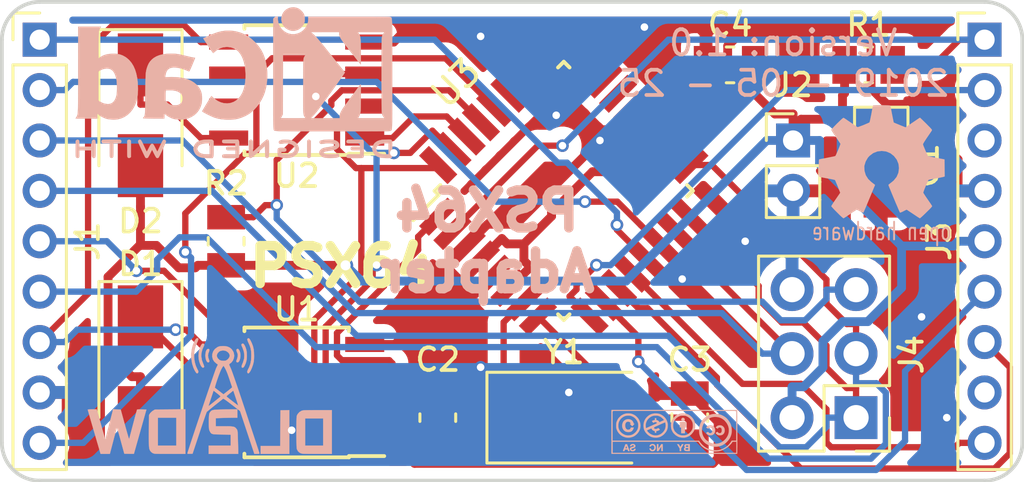
<source format=kicad_pcb>
(kicad_pcb (version 20171130) (host pcbnew "(5.1.2-1)-1")
  (title_block (title "PSX64 Adapter") (date 2019-05-25) (rev 1.0) (company "Dirk Wouters, DL2DW"))
  (layers (0 F.Cu signal) (31 B.Cu signal) (34 B.Paste user) (35 F.Paste user) (36 B.SilkS user) (37 F.SilkS user) (38 B.Mask user) (39 F.Mask user) (44 Edge.Cuts user))
  (net 0 "")
  (net 1 GND)
  (net 2 VCC)
  (net 3 "Net-(D1-Pad1)")
  (net 4 "Net-(D2-Pad1)")
  (net 5 "Net-(C3-Pad2)")
  (net 6 "Net-(J1-Pad9)")
  (net 7 "Net-(J1-Pad7)")
  (net 8 "Net-(J1-Pad6)")
  (net 9 "Net-(J1-Pad5)")
  (net 10 "Net-(J1-Pad4)")
  (net 11 "Net-(J1-Pad3)")
  (net 12 "Net-(J1-Pad2)")
  (net 13 "Net-(J1-Pad1)")
  (net 14 "Net-(U1-Pad1)")
  (net 15 "Net-(U1-Pad2)")
  (net 16 "Net-(U1-Pad3)")
  (net 17 "Net-(C2-Pad2)")
  (net 18 "Net-(J3-Pad9)")
  (net 19 "Net-(J3-Pad7)")
  (net 20 "Net-(J3-Pad6)")
  (net 21 "Net-(J3-Pad2)")
  (net 22 "Net-(J3-Pad1)")
  (net 23 "Net-(J4-Pad5)")
  (net 24 "Net-(U2-Pad1)")
  (module Symbol:KiCad-Logo2_5mm_SilkScreen (layer B.Cu) (at 115.2144 126.6952 180)
    (fp_text reference M2 hide)
    (fp_text value SUNLOGO hide)
  )
  (module DL2DW:DL2DW_Logo_Silk_10x5mm (layer B.Cu) (at 114.0968 139.3444 180)
    (fp_text reference M4 hide)
    (fp_text value SUNLOGO hide)
  )
  (module w_logo:Logo_silk_OSHW_6x6mm (layer B.Cu) (at 140.9192 129.8448 180)
    (fp_text reference M3 hide)
    (fp_text value SUNLOGO hide)
  )
  (module w_logo:Logo_silk_CC-BY-NC-SA_5x2mm (layer B.Cu) (at 132.6896 140.5636 180)
    (fp_text reference M1 hide)
    (fp_text value SUNLOGO hide)
  )
  (module Package_QFP:TQFP-32_7x7mm_P0.8mm (layer F.Cu) (at 128.3 131 45)
    (fp_text reference U3 (at 0 -6.05 45) (layer F.SilkS))
    (fp_text value ATmega8-16AU)
    (pad 32 smd rect (at -2.8 -4.25 135) (size 1.6 0.55) (layers F.Cu F.Paste F.Mask) (net 15 "Net-(U1-Pad2)"))
    (pad 31 smd rect (at -2 -4.25 135) (size 1.6 0.55) (layers F.Cu F.Paste F.Mask) (net 16 "Net-(U1-Pad3)"))
    (pad 30 smd rect (at -1.2 -4.25 135) (size 1.6 0.55) (layers F.Cu F.Paste F.Mask) (net 24 "Net-(U2-Pad1)"))
    (pad 29 smd rect (at -0.4 -4.25 135) (size 1.6 0.55) (layers F.Cu F.Paste F.Mask) (net 23 "Net-(J4-Pad5)"))
    (pad 28 smd rect (at 0.4 -4.25 135) (size 1.6 0.55) (layers F.Cu F.Paste F.Mask) (net 6 "Net-(J1-Pad9)"))
    (pad 27 smd rect (at 1.2 -4.25 135) (size 1.6 0.55) (layers F.Cu F.Paste F.Mask))
    (pad 26 smd rect (at 2 -4.25 135) (size 1.6 0.55) (layers F.Cu F.Paste F.Mask))
    (pad 25 smd rect (at 2.8 -4.25 135) (size 1.6 0.55) (layers F.Cu F.Paste F.Mask))
    (pad 24 smd rect (at 4.25 -2.8 45) (size 1.6 0.55) (layers F.Cu F.Paste F.Mask))
    (pad 23 smd rect (at 4.25 -2 45) (size 1.6 0.55) (layers F.Cu F.Paste F.Mask))
    (pad 22 smd rect (at 4.25 -1.2 45) (size 1.6 0.55) (layers F.Cu F.Paste F.Mask))
    (pad 21 smd rect (at 4.25 -0.4 45) (size 1.6 0.55) (layers F.Cu F.Paste F.Mask) (net 1 GND))
    (pad 20 smd rect (at 4.25 0.4 45) (size 1.6 0.55) (layers F.Cu F.Paste F.Mask))
    (pad 19 smd rect (at 4.25 1.2 45) (size 1.6 0.55) (layers F.Cu F.Paste F.Mask))
    (pad 18 smd rect (at 4.25 2 45) (size 1.6 0.55) (layers F.Cu F.Paste F.Mask) (net 2 VCC))
    (pad 17 smd rect (at 4.25 2.8 45) (size 1.6 0.55) (layers F.Cu F.Paste F.Mask) (net 8 "Net-(J1-Pad6)"))
    (pad 16 smd rect (at 2.8 4.25 135) (size 1.6 0.55) (layers F.Cu F.Paste F.Mask) (net 10 "Net-(J1-Pad4)"))
    (pad 15 smd rect (at 2 4.25 135) (size 1.6 0.55) (layers F.Cu F.Paste F.Mask) (net 11 "Net-(J1-Pad3)"))
    (pad 14 smd rect (at 1.2 4.25 135) (size 1.6 0.55) (layers F.Cu F.Paste F.Mask) (net 12 "Net-(J1-Pad2)"))
    (pad 13 smd rect (at 0.4 4.25 135) (size 1.6 0.55) (layers F.Cu F.Paste F.Mask) (net 13 "Net-(J1-Pad1)"))
    (pad 12 smd rect (at -0.4 4.25 135) (size 1.6 0.55) (layers F.Cu F.Paste F.Mask) (net 18 "Net-(J3-Pad9)"))
    (pad 11 smd rect (at -1.2 4.25 135) (size 1.6 0.55) (layers F.Cu F.Paste F.Mask) (net 19 "Net-(J3-Pad7)"))
    (pad 10 smd rect (at -2 4.25 135) (size 1.6 0.55) (layers F.Cu F.Paste F.Mask) (net 20 "Net-(J3-Pad6)"))
    (pad 9 smd rect (at -2.8 4.25 135) (size 1.6 0.55) (layers F.Cu F.Paste F.Mask) (net 21 "Net-(J3-Pad2)"))
    (pad 8 smd rect (at -4.25 2.8 45) (size 1.6 0.55) (layers F.Cu F.Paste F.Mask) (net 5 "Net-(C3-Pad2)"))
    (pad 7 smd rect (at -4.25 2 45) (size 1.6 0.55) (layers F.Cu F.Paste F.Mask) (net 17 "Net-(C2-Pad2)"))
    (pad 6 smd rect (at -4.25 1.2 45) (size 1.6 0.55) (layers F.Cu F.Paste F.Mask) (net 2 VCC))
    (pad 5 smd rect (at -4.25 0.4 45) (size 1.6 0.55) (layers F.Cu F.Paste F.Mask) (net 1 GND))
    (pad 4 smd rect (at -4.25 -0.4 45) (size 1.6 0.55) (layers F.Cu F.Paste F.Mask) (net 2 VCC))
    (pad 3 smd rect (at -4.25 -1.2 45) (size 1.6 0.55) (layers F.Cu F.Paste F.Mask) (net 1 GND))
    (pad 2 smd rect (at -4.25 -2 45) (size 1.6 0.55) (layers F.Cu F.Paste F.Mask) (net 22 "Net-(J3-Pad1)"))
    (pad 1 smd rect (at -4.25 -2.8 45) (size 1.6 0.55) (layers F.Cu F.Paste F.Mask) (net 14 "Net-(U1-Pad1)"))
  )
  (module Capacitor_Tantalum_SMD:CP_EIA-3216-18_Kemet-A (layer F.Cu) (at 140.9 130 270)
    (fp_text reference C1 (at 0 -1.8 270) (layer F.SilkS) (effects (font (size 0.9 0.9))))
    (fp_text value 4,7µ)
    (pad 1 smd rect (at -1.38 0 270) (size 1.36 1.4) (layers F.Cu F.Paste F.Mask) (net 2 VCC))
    (pad 2 smd rect (at 1.38 0 270) (size 1.36 1.4) (layers F.Cu F.Paste F.Mask) (net 1 GND))
  )
  (module Capacitor_SMD:C_0805_2012Metric (layer F.Cu) (at 123.3 140 270)
    (fp_text reference C2 (at -2.3 0) (layer F.SilkS) (effects (font (size 0.9 0.9))))
    (fp_text value 22p)
    (pad 1 smd rect (at -0.955 0 270) (size 0.97 1.5) (layers F.Cu F.Paste F.Mask) (net 1 GND))
    (pad 2 smd rect (at 0.955 0 270) (size 0.97 1.5) (layers F.Cu F.Paste F.Mask) (net 17 "Net-(C2-Pad2)"))
  )
  (module Capacitor_SMD:C_0805_2012Metric (layer F.Cu) (at 133.3 140 270)
    (fp_text reference C3 (at -2.3 0) (layer F.SilkS) (effects (font (size 0.9 0.9))))
    (fp_text value 22p)
    (pad 2 smd rect (at 0.955 0 270) (size 0.97 1.5) (layers F.Cu F.Paste F.Mask) (net 5 "Net-(C3-Pad2)"))
    (pad 1 smd rect (at -0.955 0 270) (size 0.97 1.5) (layers F.Cu F.Paste F.Mask) (net 1 GND))
  )
  (module Capacitor_SMD:C_0805_2012Metric (layer F.Cu) (at 134.9 126 180)
    (fp_text reference C4 (at 0 1.6 180) (layer F.SilkS) (effects (font (size 0.9 0.9))))
    (fp_text value 100n)
    (pad 1 smd rect (at -0.955 0 180) (size 0.97 1.5) (layers F.Cu F.Paste F.Mask) (net 2 VCC))
    (pad 2 smd rect (at 0.955 0 180) (size 0.97 1.5) (layers F.Cu F.Paste F.Mask) (net 1 GND))
  )
  (module Diode_SMD:D_SMA (layer F.Cu) (at 111.5 138 270)
    (fp_text reference D1 (at -4.1 0) (layer F.SilkS) (effects (font (size 0.9 0.9))))
    (fp_text value 1N4004)
    (pad 1 smd rect (at -2 0 270) (size 2.5 1.8) (layers F.Cu F.Paste F.Mask) (net 3 "Net-(D1-Pad1)"))
    (pad 2 smd rect (at 2 0 270) (size 2.5 1.8) (layers F.Cu F.Paste F.Mask) (net 2 VCC))
  )
  (module Diode_SMD:D_SMA (layer F.Cu) (at 111.5 128 270)
    (fp_text reference D2 (at 4.2 0) (layer F.SilkS) (effects (font (size 0.9 0.9))))
    (fp_text value 1N4004)
    (pad 2 smd rect (at 2 0 270) (size 2.5 1.8) (layers F.Cu F.Paste F.Mask) (net 2 VCC))
    (pad 1 smd rect (at -2 0 270) (size 2.5 1.8) (layers F.Cu F.Paste F.Mask) (net 4 "Net-(D2-Pad1)"))
  )
  (module Connector_PinHeader_2.00mm:PinHeader_1x09_P2.00mm_Vertical (layer F.Cu) (at 107.5 125)
    (fp_text reference J1 (at 1.9 8 90) (layer F.SilkS) (effects (font (size 0.9 0.9))))
    (fp_text value "C64 DB9 Connector")
    (pad 9 thru_hole oval (at 0 16) (size 1.35 1.35) (drill 0.8) (layers *.Cu *.Mask) (net 6 "Net-(J1-Pad9)"))
    (pad 8 thru_hole oval (at 0 14) (size 1.35 1.35) (drill 0.8) (layers *.Cu *.Mask) (net 1 GND))
    (pad 7 thru_hole oval (at 0 12) (size 1.35 1.35) (drill 0.8) (layers *.Cu *.Mask) (net 7 "Net-(J1-Pad7)"))
    (pad 6 thru_hole oval (at 0 10) (size 1.35 1.35) (drill 0.8) (layers *.Cu *.Mask) (net 8 "Net-(J1-Pad6)"))
    (pad 5 thru_hole oval (at 0 8) (size 1.35 1.35) (drill 0.8) (layers *.Cu *.Mask) (net 9 "Net-(J1-Pad5)"))
    (pad 4 thru_hole oval (at 0 6) (size 1.35 1.35) (drill 0.8) (layers *.Cu *.Mask) (net 10 "Net-(J1-Pad4)"))
    (pad 3 thru_hole oval (at 0 4) (size 1.35 1.35) (drill 0.8) (layers *.Cu *.Mask) (net 11 "Net-(J1-Pad3)"))
    (pad 2 thru_hole oval (at 0 2) (size 1.35 1.35) (drill 0.8) (layers *.Cu *.Mask) (net 12 "Net-(J1-Pad2)"))
    (pad 1 thru_hole rect (at 0 0) (size 1.35 1.35) (drill 0.8) (layers *.Cu *.Mask) (net 13 "Net-(J1-Pad1)"))
  )
  (module Connector_PinHeader_2.00mm:PinHeader_1x02_P2.00mm_Vertical (layer F.Cu) (at 137.4 129)
    (fp_text reference J2 (at 0 -2.2) (layer F.SilkS) (effects (font (size 0.9 0.9))))
    (fp_text value "5V Power")
    (pad 1 thru_hole rect (at 0 0) (size 1.35 1.35) (drill 0.8) (layers *.Cu *.Mask) (net 2 VCC))
    (pad 2 thru_hole oval (at 0 2) (size 1.35 1.35) (drill 0.8) (layers *.Cu *.Mask) (net 1 GND))
  )
  (module Connector_PinHeader_2.00mm:PinHeader_1x09_P2.00mm_Vertical (layer F.Cu) (at 145 125)
    (fp_text reference J3 (at -1.8 8 90) (layer F.SilkS) (effects (font (size 0.9 0.9))))
    (fp_text value "PSX Connector")
    (pad 1 thru_hole rect (at 0 0) (size 1.35 1.35) (drill 0.8) (layers *.Cu *.Mask) (net 22 "Net-(J3-Pad1)"))
    (pad 2 thru_hole oval (at 0 2) (size 1.35 1.35) (drill 0.8) (layers *.Cu *.Mask) (net 21 "Net-(J3-Pad2)"))
    (pad 3 thru_hole oval (at 0 4) (size 1.35 1.35) (drill 0.8) (layers *.Cu *.Mask))
    (pad 4 thru_hole oval (at 0 6) (size 1.35 1.35) (drill 0.8) (layers *.Cu *.Mask) (net 1 GND))
    (pad 5 thru_hole oval (at 0 8) (size 1.35 1.35) (drill 0.8) (layers *.Cu *.Mask) (net 2 VCC))
    (pad 6 thru_hole oval (at 0 10) (size 1.35 1.35) (drill 0.8) (layers *.Cu *.Mask) (net 20 "Net-(J3-Pad6)"))
    (pad 7 thru_hole oval (at 0 12) (size 1.35 1.35) (drill 0.8) (layers *.Cu *.Mask) (net 19 "Net-(J3-Pad7)"))
    (pad 8 thru_hole oval (at 0 14) (size 1.35 1.35) (drill 0.8) (layers *.Cu *.Mask))
    (pad 9 thru_hole oval (at 0 16) (size 1.35 1.35) (drill 0.8) (layers *.Cu *.Mask) (net 18 "Net-(J3-Pad9)"))
  )
  (module Resistor_SMD:R_0805_2012Metric (layer F.Cu) (at 140.4 126)
    (fp_text reference R1 (at 0 -1.6) (layer F.SilkS) (effects (font (size 0.9 0.9))))
    (fp_text value 10k)
    (pad 1 smd rect (at -0.955 0) (size 0.97 1.5) (layers F.Cu F.Paste F.Mask) (net 2 VCC))
    (pad 2 smd rect (at 0.955 0) (size 0.97 1.5) (layers F.Cu F.Paste F.Mask) (net 22 "Net-(J3-Pad1)"))
  )
  (module Resistor_SMD:R_0805_2012Metric (layer F.Cu) (at 114.9 133 90)
    (fp_text reference R2 (at 2.3 0 180) (layer F.SilkS) (effects (font (size 0.9 0.9))))
    (fp_text value 10k)
    (pad 2 smd rect (at 0.955 0 90) (size 0.97 1.5) (layers F.Cu F.Paste F.Mask) (net 23 "Net-(J4-Pad5)"))
    (pad 1 smd rect (at -0.955 0 90) (size 0.97 1.5) (layers F.Cu F.Paste F.Mask) (net 2 VCC))
  )
  (module Package_SO:SOIC-8_3.9x4.9mm_P1.27mm (layer F.Cu) (at 117.7 139 180)
    (fp_text reference U1 (at 0 3.3 180) (layer F.SilkS) (effects (font (size 0.9 0.9))))
    (fp_text value MCP41100)
    (pad 1 smd rect (at -2.7 -1.905 180) (size 1.55 0.6) (layers F.Cu F.Paste F.Mask) (net 14 "Net-(U1-Pad1)"))
    (pad 2 smd rect (at -2.7 -0.635 180) (size 1.55 0.6) (layers F.Cu F.Paste F.Mask) (net 15 "Net-(U1-Pad2)"))
    (pad 3 smd rect (at -2.7 0.635 180) (size 1.55 0.6) (layers F.Cu F.Paste F.Mask) (net 16 "Net-(U1-Pad3)"))
    (pad 4 smd rect (at -2.7 1.905 180) (size 1.55 0.6) (layers F.Cu F.Paste F.Mask) (net 1 GND))
    (pad 5 smd rect (at 2.7 1.905 180) (size 1.55 0.6) (layers F.Cu F.Paste F.Mask) (net 7 "Net-(J1-Pad7)"))
    (pad 6 smd rect (at 2.7 0.635 180) (size 1.55 0.6) (layers F.Cu F.Paste F.Mask) (net 9 "Net-(J1-Pad5)"))
    (pad 7 smd rect (at 2.7 -0.635 180) (size 1.55 0.6) (layers F.Cu F.Paste F.Mask))
    (pad 8 smd rect (at 2.7 -1.905 180) (size 1.55 0.6) (layers F.Cu F.Paste F.Mask) (net 3 "Net-(D1-Pad1)"))
  )
  (module Package_SO:SOIC-8_3.9x4.9mm_P1.27mm (layer F.Cu) (at 117.7 127 180)
    (fp_text reference U2 (at 0 -3.4 180) (layer F.SilkS) (effects (font (size 0.9 0.9))))
    (fp_text value MCP41100)
    (pad 8 smd rect (at 2.7 -1.905 180) (size 1.55 0.6) (layers F.Cu F.Paste F.Mask) (net 4 "Net-(D2-Pad1)"))
    (pad 7 smd rect (at 2.7 -0.635 180) (size 1.55 0.6) (layers F.Cu F.Paste F.Mask))
    (pad 6 smd rect (at 2.7 0.635 180) (size 1.55 0.6) (layers F.Cu F.Paste F.Mask) (net 6 "Net-(J1-Pad9)"))
    (pad 5 smd rect (at 2.7 1.905 180) (size 1.55 0.6) (layers F.Cu F.Paste F.Mask) (net 7 "Net-(J1-Pad7)"))
    (pad 4 smd rect (at -2.7 1.905 180) (size 1.55 0.6) (layers F.Cu F.Paste F.Mask) (net 1 GND))
    (pad 3 smd rect (at -2.7 0.635 180) (size 1.55 0.6) (layers F.Cu F.Paste F.Mask) (net 16 "Net-(U1-Pad3)"))
    (pad 2 smd rect (at -2.7 -0.635 180) (size 1.55 0.6) (layers F.Cu F.Paste F.Mask) (net 15 "Net-(U1-Pad2)"))
    (pad 1 smd rect (at -2.7 -1.905 180) (size 1.55 0.6) (layers F.Cu F.Paste F.Mask) (net 24 "Net-(U2-Pad1)"))
  )
  (module Crystal:Crystal_SMD_5032-2Pin_5.0x3.2mm (layer F.Cu) (at 128.3 140)
    (fp_text reference Y1 (at 0 -2.6) (layer F.SilkS) (effects (font (size 0.9 0.9))))
    (fp_text value 16MHz)
    (pad 1 smd rect (at -1.85 0) (size 2 2.4) (layers F.Cu F.Paste F.Mask) (net 17 "Net-(C2-Pad2)"))
    (pad 2 smd rect (at 1.85 0) (size 2 2.4) (layers F.Cu F.Paste F.Mask) (net 5 "Net-(C3-Pad2)"))
  )
  (module Connector_PinHeader_2.54mm:PinHeader_2x03_P2.54mm_Vertical (layer F.Cu) (at 139.9 140 180)
    (fp_text reference J4 (at -2.2 2.5 270) (layer F.SilkS) (effects (font (size 0.9 0.9))))
    (fp_text value ICSP)
    (pad 1 thru_hole rect (at 0 0 180) (size 1.7 1.7) (drill 1) (layers *.Cu *.Mask) (net 10 "Net-(J1-Pad4)"))
    (pad 2 thru_hole oval (at 2.54 0 180) (size 1.7 1.7) (drill 1) (layers *.Cu *.Mask) (net 2 VCC))
    (pad 3 thru_hole oval (at 0 2.54 180) (size 1.7 1.7) (drill 1) (layers *.Cu *.Mask) (net 8 "Net-(J1-Pad6)"))
    (pad 4 thru_hole oval (at 2.54 2.54 180) (size 1.7 1.7) (drill 1) (layers *.Cu *.Mask) (net 11 "Net-(J1-Pad3)"))
    (pad 5 thru_hole oval (at 0 5.08 180) (size 1.7 1.7) (drill 1) (layers *.Cu *.Mask) (net 23 "Net-(J4-Pad5)"))
    (pad 6 thru_hole oval (at 2.54 5.08 180) (size 1.7 1.7) (drill 1) (layers *.Cu *.Mask) (net 1 GND))
  )
  (gr_text "PSX64\nAdapter" (at 125.25 133) (layer B.SilkS) (effects (font (size 1.5 1.5) (thickness 0.375)) (justify mirror)))
  (gr_text PSX64 (at 119.5 134) (layer F.SilkS) (effects (font (size 1.5 1.5) (thickness 0.375))))
  (gr_text "Version: 1.0\n2019 - 05 - 25" (at 137.0076 125.9332) (layer B.SilkS) (effects (font (size 1 1)) (justify mirror)))
  (gr_arc (start 145 125) (end 146.5 125) (angle -90) (layer Edge.Cuts) (width 0.15))
  (gr_arc (start 145 141) (end 145 142.5) (angle -90) (layer Edge.Cuts) (width 0.15))
  (gr_arc (start 107.5 141) (end 106 141) (angle -90) (layer Edge.Cuts) (width 0.15))
  (gr_arc (start 107.5 125) (end 107.5 123.5) (angle -90) (layer Edge.Cuts) (width 0.15))
  (gr_line (start 106 141) (end 106 125) (layer Edge.Cuts) (width 0.15))
  (gr_line (start 145 142.5) (end 107.5 142.5) (layer Edge.Cuts) (width 0.15))
  (gr_line (start 146.5 125) (end 146.5 141) (layer Edge.Cuts) (width 0.15))
  (gr_line (start 107.5 123.5) (end 145 123.5) (layer Edge.Cuts) (width 0.15))
  (segment (start 125.2774 132.3256) (end 126.4088 132.3256) (width 0.35) (layer F.Cu) (net 1))
  (segment (start 126.4088 132.3256) (end 129.7344 129) (width 0.35) (layer F.Cu) (net 1))
  (segment (start 124.5963 135.1191) (end 124.5963 135.2693) (width 0.35) (layer F.Cu) (net 1))
  (segment (start 124.5963 135.2693) (end 122.7706 137.095) (width 0.35) (layer F.Cu) (net 1))
  (segment (start 123.6152 133.9878) (end 124.5963 134.9689) (width 0.35) (layer F.Cu) (net 1))
  (segment (start 124.5963 134.9689) (end 124.5963 135.1191) (width 0.35) (layer F.Cu) (net 1))
  (segment (start 124.5963 135.1191) (end 124.7465 135.1191) (width 0.35) (layer F.Cu) (net 1))
  (segment (start 125.5776 134.288) (end 124.7465 135.1191) (width 0.35) (layer F.Cu) (net 1))
  (segment (start 122.7706 137.095) (end 121.5503 137.095) (width 0.35) (layer F.Cu) (net 1))
  (segment (start 122.7706 137.095) (end 122.7706 137.6553) (width 0.35) (layer F.Cu) (net 1))
  (segment (start 122.7706 137.6553) (end 123.3 138.1847) (width 0.35) (layer F.Cu) (net 1))
  (segment (start 124.4463 133.1567) (end 123.6152 133.9878) (width 0.35) (layer F.Cu) (net 1))
  (segment (start 124.8619 132.7411) (end 124.4463 133.1567) (width 0.35) (layer F.Cu) (net 1))
  (segment (start 124.8619 132.7411) (end 125.2774 132.3256) (width 0.35) (layer F.Cu) (net 1))
  (segment (start 122.0008 141.4381) (end 122.0008 140.3442) (width 0.35) (layer F.Cu) (net 1))
  (segment (start 122.0008 140.3442) (end 123.3 139.045) (width 0.35) (layer F.Cu) (net 1))
  (segment (start 140.9 131.38) (end 139.8247 131.38) (width 0.35) (layer F.Cu) (net 1))
  (segment (start 137.4 131) (end 139.4447 131) (width 0.35) (layer F.Cu) (net 1))
  (segment (start 139.4447 131) (end 139.8247 131.38) (width 0.35) (layer F.Cu) (net 1))
  (segment (start 133.3 139.045) (end 134.4254 140.1704) (width 0.35) (layer F.Cu) (net 1))
  (segment (start 134.4254 140.1704) (end 134.4254 141.6098) (width 0.35) (layer F.Cu) (net 1))
  (segment (start 134.4254 141.6098) (end 134.2198 141.8154) (width 0.35) (layer F.Cu) (net 1))
  (segment (start 134.2198 141.8154) (end 122.3781 141.8154) (width 0.35) (layer F.Cu) (net 1))
  (segment (start 122.3781 141.8154) (end 122.0008 141.4381) (width 0.35) (layer F.Cu) (net 1))
  (segment (start 122.0008 141.4381) (end 121.8135 141.6254) (width 0.35) (layer F.Cu) (net 1))
  (segment (start 121.8135 141.6254) (end 110.388 141.6254) (width 0.35) (layer F.Cu) (net 1))
  (segment (start 110.388 141.6254) (end 108.5503 139.7877) (width 0.35) (layer F.Cu) (net 1))
  (segment (start 108.5503 139.7877) (end 108.5503 139) (width 0.35) (layer F.Cu) (net 1))
  (segment (start 107.5 139) (end 108.5503 139) (width 0.35) (layer F.Cu) (net 1))
  (segment (start 123.3 139.045) (end 123.3 138.9752) (width 0.35) (layer F.Cu) (net 1))
  (segment (start 123.3 138.8724) (end 123.3 138.9752) (width 0.35) (layer F.Cu) (net 1))
  (segment (start 123.3 138.8724) (end 123.3 138.1847) (width 0.35) (layer F.Cu) (net 1))
  (segment (start 120.4 137.095) (end 121.5503 137.095) (width 0.35) (layer F.Cu) (net 1))
  (segment (start 133.945 126) (end 134.8053 126) (width 0.35) (layer F.Cu) (net 1))
  (segment (start 143.9497 131) (end 143.9497 129.7567) (width 0.35) (layer F.Cu) (net 1))
  (segment (start 143.9497 129.7567) (end 141.7576 127.5646) (width 0.35) (layer F.Cu) (net 1))
  (segment (start 141.7576 127.5646) (end 141.126 127.5646) (width 0.35) (layer F.Cu) (net 1))
  (segment (start 141.126 127.5646) (end 140.4946 126.9332) (width 0.35) (layer F.Cu) (net 1))
  (segment (start 140.4946 126.9332) (end 140.4946 125.2606) (width 0.35) (layer F.Cu) (net 1))
  (segment (start 140.4946 125.2606) (end 140.1086 124.8746) (width 0.35) (layer F.Cu) (net 1))
  (segment (start 140.1086 124.8746) (end 135.1779 124.8746) (width 0.35) (layer F.Cu) (net 1))
  (segment (start 135.1779 124.8746) (end 134.8053 125.2472) (width 0.35) (layer F.Cu) (net 1))
  (segment (start 134.8053 125.2472) (end 134.8053 126) (width 0.35) (layer F.Cu) (net 1))
  (segment (start 144.0873 131) (end 143.9497 131) (width 0.35) (layer F.Cu) (net 1))
  (segment (start 145 131) (end 144.0873 131) (width 0.35) (layer F.Cu) (net 1))
  (segment (start 131.8535 126.8809) (end 132.2038 126.8809) (width 0.35) (layer F.Cu) (net 1))
  (segment (start 132.2038 126.8809) (end 133.0847 126) (width 0.35) (layer F.Cu) (net 1))
  (segment (start 133.945 126) (end 133.0847 126) (width 0.35) (layer F.Cu) (net 1))
  (segment (start 140.9 131.38) (end 143.5697 131.38) (width 0.35) (layer F.Cu) (net 1))
  (segment (start 143.5697 131.38) (end 143.9497 131) (width 0.35) (layer F.Cu) (net 1))
  (segment (start 131.8535 126.8809) (end 129.8408 124.8682) (width 0.35) (layer F.Cu) (net 1))
  (segment (start 129.8408 124.8682) (end 125 124.8682) (width 0.35) (layer F.Cu) (net 1))
  (segment (start 121.7771 124.8682) (end 121.5503 125.095) (width 0.35) (layer F.Cu) (net 1))
  (segment (start 131.0224 127.712) (end 131.8535 126.8809) (width 0.35) (layer F.Cu) (net 1))
  (segment (start 131.0224 127.712) (end 130.1913 128.5431) (width 0.35) (layer F.Cu) (net 1))
  (segment (start 120.4 125.095) (end 121.5503 125.095) (width 0.35) (layer F.Cu) (net 1))
  (segment (start 137.4 131) (end 137.4 132.0503) (width 0.35) (layer B.Cu) (net 1))
  (segment (start 137.36 134.92) (end 137.36 132.0903) (width 0.35) (layer B.Cu) (net 1))
  (segment (start 137.36 132.0903) (end 137.4 132.0503) (width 0.35) (layer B.Cu) (net 1))
  (segment (start 125 124.8682) (end 121.7771 124.8682) (width 0.35) (layer F.Cu) (net 1))
  (via (at 125 124.8682) (size 0.5) (drill 0.3) (layers F.Cu B.Cu) (net 1))
  (via (at 131.5 124.5) (size 0.5) (drill 0.3) (layers F.Cu B.Cu) (net 1))
  (via (at 128 128) (size 0.5) (drill 0.3) (layers F.Cu B.Cu) (net 1))
  (segment (start 129.7344 129) (end 130.1913 128.5431) (width 0.35) (layer F.Cu) (net 1))
  (via (at 129.7344 129) (size 0.5) (drill 0.3) (layers F.Cu B.Cu) (net 1))
  (via (at 135.5 133) (size 0.5) (drill 0.3) (layers F.Cu B.Cu) (net 1))
  (via (at 142.5 136) (size 0.5) (drill 0.3) (layers F.Cu B.Cu) (net 1))
  (via (at 143.5 140) (size 0.5) (drill 0.3) (layers F.Cu B.Cu) (net 1))
  (via (at 133 134.5) (size 0.5) (drill 0.3) (layers F.Cu B.Cu) (net 1))
  (via (at 125 138) (size 0.5) (drill 0.3) (layers F.Cu B.Cu) (net 1))
  (via (at 117.5 140.5) (size 0.5) (drill 0.3) (layers F.Cu B.Cu) (net 1))
  (via (at 128.5 139) (size 0.5) (drill 0.3) (layers F.Cu B.Cu) (net 1))
  (segment (start 139.3619 128.1572) (end 139.8247 128.62) (width 0.35) (layer F.Cu) (net 2))
  (segment (start 137.4 128.4748) (end 137.7176 128.1572) (width 0.35) (layer F.Cu) (net 2))
  (segment (start 137.7176 128.1572) (end 139.3619 128.1572) (width 0.35) (layer F.Cu) (net 2))
  (segment (start 139.3619 128.1572) (end 139.3619 127.2084) (width 0.35) (layer F.Cu) (net 2))
  (segment (start 139.3619 127.2084) (end 139.445 127.1253) (width 0.35) (layer F.Cu) (net 2))
  (segment (start 140.9 128.62) (end 139.8247 128.62) (width 0.35) (layer F.Cu) (net 2))
  (segment (start 139.445 126) (end 139.445 127.1253) (width 0.35) (layer F.Cu) (net 2))
  (segment (start 137.4 128.4748) (end 137.4 127.9497) (width 0.35) (layer F.Cu) (net 2))
  (segment (start 137.4 129) (end 137.4 128.4748) (width 0.35) (layer F.Cu) (net 2))
  (segment (start 111.5 133.1645) (end 112.132 133.1645) (width 0.35) (layer F.Cu) (net 2))
  (segment (start 112.132 133.1645) (end 113.0207 134.0532) (width 0.35) (layer F.Cu) (net 2))
  (segment (start 113.0207 134.0532) (end 113.6765 134.0532) (width 0.35) (layer F.Cu) (net 2))
  (segment (start 113.6765 134.0532) (end 113.7747 133.955) (width 0.35) (layer F.Cu) (net 2))
  (segment (start 137.4 127.9497) (end 136.6794 127.9497) (width 0.35) (layer F.Cu) (net 2))
  (segment (start 136.6794 127.9497) (end 135.855 127.1253) (width 0.35) (layer F.Cu) (net 2))
  (segment (start 132.7194 129.409) (end 135.0031 127.1253) (width 0.35) (layer F.Cu) (net 2))
  (segment (start 135.0031 127.1253) (end 135.855 127.1253) (width 0.35) (layer F.Cu) (net 2))
  (segment (start 132.3039 129.8245) (end 132.7194 129.409) (width 0.35) (layer F.Cu) (net 2))
  (segment (start 132.3039 129.8245) (end 131.8884 130.24) (width 0.35) (layer F.Cu) (net 2))
  (segment (start 135.855 126) (end 135.855 127.1253) (width 0.35) (layer F.Cu) (net 2))
  (segment (start 136.3497 129) (end 130.7695 134.5802) (width 0.35) (layer B.Cu) (net 2))
  (segment (start 130.7695 134.5802) (end 120.2656 134.5802) (width 0.35) (layer B.Cu) (net 2))
  (segment (start 120.2656 134.5802) (end 119.6404 133.955) (width 0.35) (layer B.Cu) (net 2))
  (segment (start 111.5 133.1645) (end 111.4627 133.1645) (width 0.35) (layer F.Cu) (net 2))
  (segment (start 111.4627 133.1645) (end 110.2134 134.4138) (width 0.35) (layer F.Cu) (net 2))
  (segment (start 110.2134 134.4138) (end 110.2134 137.4314) (width 0.35) (layer F.Cu) (net 2))
  (segment (start 110.2134 137.4314) (end 111.1567 138.3747) (width 0.35) (layer F.Cu) (net 2))
  (segment (start 111.1567 138.3747) (end 111.5 138.3747) (width 0.35) (layer F.Cu) (net 2))
  (segment (start 111.5 133.1645) (end 111.5 131.6253) (width 0.35) (layer F.Cu) (net 2))
  (segment (start 114.9 133.955) (end 113.7747 133.955) (width 0.35) (layer F.Cu) (net 2))
  (segment (start 111.5 140) (end 111.5 138.3747) (width 0.35) (layer F.Cu) (net 2))
  (segment (start 137.4 129) (end 138.4503 129) (width 0.35) (layer B.Cu) (net 2))
  (segment (start 141.7069 133.1891) (end 138.4503 129.9325) (width 0.35) (layer B.Cu) (net 2))
  (segment (start 138.4503 129.9325) (end 138.4503 129) (width 0.35) (layer B.Cu) (net 2))
  (segment (start 141.7069 133.1891) (end 141.7069 134.8461) (width 0.35) (layer B.Cu) (net 2))
  (segment (start 141.7069 134.8461) (end 140.363 136.19) (width 0.35) (layer B.Cu) (net 2))
  (segment (start 140.363 136.19) (end 139.3667 136.19) (width 0.35) (layer B.Cu) (net 2))
  (segment (start 139.3667 136.19) (end 138.5853 136.9714) (width 0.35) (layer B.Cu) (net 2))
  (segment (start 138.5853 136.9714) (end 138.5853 138.009) (width 0.35) (layer B.Cu) (net 2))
  (segment (start 138.5853 138.009) (end 137.8196 138.7747) (width 0.35) (layer B.Cu) (net 2))
  (segment (start 137.8196 138.7747) (end 137.36 138.7747) (width 0.35) (layer B.Cu) (net 2))
  (segment (start 143.9497 133) (end 143.7606 133.1891) (width 0.35) (layer B.Cu) (net 2))
  (segment (start 143.7606 133.1891) (end 141.7069 133.1891) (width 0.35) (layer B.Cu) (net 2))
  (segment (start 116.0253 133.955) (end 119.6404 133.955) (width 0.35) (layer F.Cu) (net 2))
  (segment (start 137.4 129) (end 136.3497 129) (width 0.35) (layer B.Cu) (net 2))
  (segment (start 114.9 133.955) (end 116.0253 133.955) (width 0.35) (layer F.Cu) (net 2))
  (segment (start 126.1433 134.8537) (end 126.9744 134.0226) (width 0.35) (layer F.Cu) (net 2))
  (segment (start 125.012 133.7224) (end 125.8431 132.8913) (width 0.35) (layer F.Cu) (net 2))
  (segment (start 126.7185 133.1042) (end 126.056 133.1042) (width 0.35) (layer F.Cu) (net 2))
  (segment (start 126.056 133.1042) (end 125.8431 132.8913) (width 0.35) (layer F.Cu) (net 2))
  (segment (start 131.8884 130.24) (end 131.8883 130.24) (width 0.35) (layer F.Cu) (net 2))
  (segment (start 131.8883 130.24) (end 129.4392 130.24) (width 0.35) (layer F.Cu) (net 2))
  (segment (start 129.4392 130.24) (end 127.8167 131.8625) (width 0.35) (layer F.Cu) (net 2))
  (segment (start 127.8167 131.8625) (end 127.8167 132.006) (width 0.35) (layer F.Cu) (net 2))
  (segment (start 127.8167 132.006) (end 126.7185 133.1042) (width 0.35) (layer F.Cu) (net 2))
  (segment (start 126.7185 133.1042) (end 126.7185 133.7667) (width 0.35) (layer F.Cu) (net 2))
  (segment (start 126.7185 133.7667) (end 126.9744 134.0226) (width 0.35) (layer F.Cu) (net 2))
  (segment (start 111.5 130) (end 111.5 131.6253) (width 0.35) (layer F.Cu) (net 2))
  (segment (start 145 133) (end 143.9497 133) (width 0.35) (layer B.Cu) (net 2))
  (segment (start 137.36 140) (end 137.36 138.7747) (width 0.35) (layer B.Cu) (net 2))
  (via (at 119.6404 133.955) (size 0.6) (drill 0.4) (layers F.Cu B.Cu) (net 2))
  (segment (start 115 140.905) (end 113.8997 140.905) (width 0.25) (layer F.Cu) (net 3))
  (segment (start 113.8997 140.905) (end 113.8997 138.3997) (width 0.25) (layer F.Cu) (net 3))
  (segment (start 113.8997 138.3997) (end 111.5 136) (width 0.25) (layer F.Cu) (net 3))
  (segment (start 111.5 126) (end 111.5 127.5753) (width 0.25) (layer F.Cu) (net 4))
  (segment (start 115 128.905) (end 113.8997 128.905) (width 0.25) (layer F.Cu) (net 4))
  (segment (start 113.8997 128.905) (end 112.57 127.5753) (width 0.25) (layer F.Cu) (net 4))
  (segment (start 112.57 127.5753) (end 111.5 127.5753) (width 0.25) (layer F.Cu) (net 4))
  (segment (start 130.15 140) (end 130.15 138.4747) (width 0.25) (layer F.Cu) (net 5))
  (segment (start 130.15 138.4747) (end 129.7643 138.4747) (width 0.25) (layer F.Cu) (net 5))
  (segment (start 129.7643 138.4747) (end 127.2747 135.9851) (width 0.25) (layer F.Cu) (net 5))
  (segment (start 130.15 140) (end 133.1553 140) (width 0.25) (layer F.Cu) (net 5))
  (segment (start 133.1553 140) (end 133.3 140.1447) (width 0.25) (layer F.Cu) (net 5))
  (segment (start 133.3 140.955) (end 133.3 140.1447) (width 0.25) (layer F.Cu) (net 5))
  (segment (start 113.2797 133.4279) (end 113.5068 133.655) (width 0.25) (layer B.Cu) (net 6))
  (segment (start 113.5068 133.655) (end 113.5068 136.7265) (width 0.25) (layer B.Cu) (net 6))
  (segment (start 113.5068 136.7265) (end 109.2333 141) (width 0.25) (layer B.Cu) (net 6))
  (segment (start 109.2333 141) (end 107.5 141) (width 0.25) (layer B.Cu) (net 6))
  (segment (start 116.1003 126.365) (end 116.1003 129.4) (width 0.25) (layer F.Cu) (net 6))
  (segment (start 116.1003 129.4) (end 115.9699 129.5304) (width 0.25) (layer F.Cu) (net 6))
  (segment (start 115.9699 129.5304) (end 115.6443 129.5304) (width 0.25) (layer F.Cu) (net 6))
  (segment (start 115.6443 129.5304) (end 113.2797 131.895) (width 0.25) (layer F.Cu) (net 6))
  (segment (start 113.2797 131.895) (end 113.2797 133.4279) (width 0.25) (layer F.Cu) (net 6))
  (segment (start 125.5776 127.712) (end 123.6053 125.7397) (width 0.25) (layer F.Cu) (net 6))
  (segment (start 123.6053 125.7397) (end 116.7256 125.7397) (width 0.25) (layer F.Cu) (net 6))
  (segment (start 116.7256 125.7397) (end 116.1003 126.365) (width 0.25) (layer F.Cu) (net 6))
  (segment (start 115 126.365) (end 116.1003 126.365) (width 0.25) (layer F.Cu) (net 6))
  (via (at 113.2797 133.4279) (size 0.5) (layers F.Cu B.Cu) (net 6))
  (segment (start 115 125.095) (end 113.8997 125.095) (width 0.25) (layer F.Cu) (net 7))
  (segment (start 113.8997 125.095) (end 113.2293 124.4246) (width 0.25) (layer F.Cu) (net 7))
  (segment (start 113.2293 124.4246) (end 110.4013 124.4246) (width 0.25) (layer F.Cu) (net 7))
  (segment (start 110.4013 124.4246) (end 109.4202 125.4057) (width 0.25) (layer F.Cu) (net 7))
  (segment (start 109.4202 125.4057) (end 109.4202 135.0798) (width 0.25) (layer F.Cu) (net 7))
  (segment (start 109.4202 135.0798) (end 107.5 137) (width 0.25) (layer F.Cu) (net 7))
  (segment (start 113.8997 137.095) (end 113.3142 136.5095) (width 0.25) (layer F.Cu) (net 7))
  (segment (start 113.3142 136.5095) (end 112.8956 136.5095) (width 0.25) (layer F.Cu) (net 7))
  (segment (start 108.5003 137) (end 108.9908 136.5095) (width 0.25) (layer B.Cu) (net 7))
  (segment (start 108.9908 136.5095) (end 112.8956 136.5095) (width 0.25) (layer B.Cu) (net 7))
  (segment (start 107.5 137) (end 108.5003 137) (width 0.25) (layer B.Cu) (net 7))
  (segment (start 115 137.095) (end 113.8997 137.095) (width 0.25) (layer F.Cu) (net 7))
  (via (at 112.8956 136.5095) (size 0.5) (layers F.Cu B.Cu) (net 7))
  (segment (start 107.5 135) (end 111.3252 135) (width 0.25) (layer B.Cu) (net 8))
  (segment (start 111.3252 135) (end 112.1627 134.1625) (width 0.25) (layer B.Cu) (net 8))
  (segment (start 112.1627 134.1625) (end 112.1627 133.731) (width 0.25) (layer B.Cu) (net 8))
  (segment (start 112.1627 133.731) (end 113.0503 132.8434) (width 0.25) (layer B.Cu) (net 8))
  (segment (start 113.0503 132.8434) (end 114.1193 132.8434) (width 0.25) (layer B.Cu) (net 8))
  (segment (start 114.1193 132.8434) (end 118.4775 137.2016) (width 0.25) (layer B.Cu) (net 8))
  (segment (start 118.4775 137.2016) (end 131.9933 137.2016) (width 0.25) (layer B.Cu) (net 8))
  (segment (start 131.9933 137.2016) (end 136.4177 141.626) (width 0.25) (layer B.Cu) (net 8))
  (segment (start 136.4177 141.626) (end 140.4928 141.626) (width 0.25) (layer B.Cu) (net 8))
  (segment (start 140.4928 141.626) (end 141.0817 141.0371) (width 0.25) (layer B.Cu) (net 8))
  (segment (start 141.0817 141.0371) (end 141.0817 139.009) (width 0.25) (layer B.Cu) (net 8))
  (segment (start 141.0817 139.009) (end 140.708 138.6353) (width 0.25) (layer B.Cu) (net 8))
  (segment (start 140.708 138.6353) (end 139.9 138.6353) (width 0.25) (layer B.Cu) (net 8))
  (segment (start 139.9 137.46) (end 139.9 136.2847) (width 0.25) (layer F.Cu) (net 8))
  (segment (start 139.9 136.2847) (end 139.5326 136.2847) (width 0.25) (layer F.Cu) (net 8))
  (segment (start 139.5326 136.2847) (end 138.7247 135.4768) (width 0.25) (layer F.Cu) (net 8))
  (segment (start 138.7247 135.4768) (end 138.7247 134.5212) (width 0.25) (layer F.Cu) (net 8))
  (segment (start 138.7247 134.5212) (end 134.1782 129.9747) (width 0.25) (layer F.Cu) (net 8))
  (segment (start 134.1782 129.9747) (end 133.2851 129.9747) (width 0.25) (layer F.Cu) (net 8))
  (segment (start 139.9 137.46) (end 139.9 138.6353) (width 0.25) (layer B.Cu) (net 8))
  (segment (start 111.3388 134.1727) (end 112.4326 134.1727) (width 0.25) (layer F.Cu) (net 9))
  (segment (start 112.4326 134.1727) (end 114.194 135.9341) (width 0.25) (layer F.Cu) (net 9))
  (segment (start 114.194 135.9341) (end 115.3762 135.9341) (width 0.25) (layer F.Cu) (net 9))
  (segment (start 115.3762 135.9341) (end 116.1003 136.6582) (width 0.25) (layer F.Cu) (net 9))
  (segment (start 116.1003 136.6582) (end 116.1003 138.365) (width 0.25) (layer F.Cu) (net 9))
  (segment (start 115 138.365) (end 116.1003 138.365) (width 0.25) (layer F.Cu) (net 9))
  (segment (start 111.3388 134.1727) (end 110.1661 133) (width 0.25) (layer B.Cu) (net 9))
  (segment (start 110.1661 133) (end 107.5 133) (width 0.25) (layer B.Cu) (net 9))
  (via (at 111.3388 134.1727) (size 0.5) (layers F.Cu B.Cu) (net 9))
  (segment (start 139.9 140) (end 138.7247 140) (width 0.25) (layer B.Cu) (net 10))
  (segment (start 138.7247 140) (end 138.7247 140.3673) (width 0.25) (layer B.Cu) (net 10))
  (segment (start 138.7247 140.3673) (end 137.9164 141.1756) (width 0.25) (layer B.Cu) (net 10))
  (segment (start 137.9164 141.1756) (end 136.8734 141.1756) (width 0.25) (layer B.Cu) (net 10))
  (segment (start 136.8734 141.1756) (end 132.449 136.7512) (width 0.25) (layer B.Cu) (net 10))
  (segment (start 132.449 136.7512) (end 120.09 136.7512) (width 0.25) (layer B.Cu) (net 10))
  (segment (start 120.09 136.7512) (end 114.3388 131) (width 0.25) (layer B.Cu) (net 10))
  (segment (start 114.3388 131) (end 107.5 131) (width 0.25) (layer B.Cu) (net 10))
  (segment (start 139.9 140) (end 139.9 138.8247) (width 0.25) (layer F.Cu) (net 10))
  (segment (start 133.2851 132.0253) (end 136.0344 134.7746) (width 0.25) (layer F.Cu) (net 10))
  (segment (start 136.0344 134.7746) (end 136.0344 135.3055) (width 0.25) (layer F.Cu) (net 10))
  (segment (start 136.0344 135.3055) (end 136.9523 136.2234) (width 0.25) (layer F.Cu) (net 10))
  (segment (start 136.9523 136.2234) (end 137.8076 136.2234) (width 0.25) (layer F.Cu) (net 10))
  (segment (start 137.8076 136.2234) (end 138.7247 137.1405) (width 0.25) (layer F.Cu) (net 10))
  (segment (start 138.7247 137.1405) (end 138.7247 138.0168) (width 0.25) (layer F.Cu) (net 10))
  (segment (start 138.7247 138.0168) (end 139.5326 138.8247) (width 0.25) (layer F.Cu) (net 10))
  (segment (start 139.5326 138.8247) (end 139.9 138.8247) (width 0.25) (layer F.Cu) (net 10))
  (segment (start 136.1847 137.46) (end 134.5752 135.8505) (width 0.25) (layer B.Cu) (net 11))
  (segment (start 134.5752 135.8505) (end 120.0147 135.8505) (width 0.25) (layer B.Cu) (net 11))
  (segment (start 120.0147 135.8505) (end 113.1642 129) (width 0.25) (layer B.Cu) (net 11))
  (segment (start 113.1642 129) (end 107.5 129) (width 0.25) (layer B.Cu) (net 11))
  (segment (start 137.36 137.46) (end 136.1847 137.46) (width 0.25) (layer B.Cu) (net 11))
  (segment (start 132.7194 132.591) (end 133.5152 133.3868) (width 0.25) (layer F.Cu) (net 11))
  (segment (start 137.36 137.46) (end 133.5152 133.6152) (width 0.25) (layer F.Cu) (net 11))
  (segment (start 133.5152 133.6152) (end 133.5152 133.3868) (width 0.25) (layer F.Cu) (net 11))
  (segment (start 107.5 127) (end 108.5003 127) (width 0.25) (layer B.Cu) (net 12))
  (segment (start 129.1403 131.429) (end 129.1403 131.4289) (width 0.25) (layer B.Cu) (net 12))
  (segment (start 129.1403 131.4289) (end 125.6327 131.4289) (width 0.25) (layer B.Cu) (net 12))
  (segment (start 125.6327 131.4289) (end 120.8805 126.6767) (width 0.25) (layer B.Cu) (net 12))
  (segment (start 120.8805 126.6767) (end 108.8236 126.6767) (width 0.25) (layer B.Cu) (net 12))
  (segment (start 108.8236 126.6767) (end 108.5003 127) (width 0.25) (layer B.Cu) (net 12))
  (segment (start 131.358 132.361) (end 130.426 131.429) (width 0.25) (layer F.Cu) (net 12))
  (segment (start 130.426 131.429) (end 129.1403 131.429) (width 0.25) (layer F.Cu) (net 12))
  (segment (start 132.1537 133.1567) (end 131.358 132.361) (width 0.25) (layer F.Cu) (net 12))
  (via (at 129.1403 131.429) (size 0.5) (layers F.Cu B.Cu) (net 12))
  (segment (start 130.41 132.3459) (end 130.41 131.8632) (width 0.25) (layer B.Cu) (net 13))
  (segment (start 130.41 131.8632) (end 128.4287 129.8819) (width 0.25) (layer B.Cu) (net 13))
  (segment (start 128.4287 129.8819) (end 128.0569 129.8819) (width 0.25) (layer B.Cu) (net 13))
  (segment (start 128.0569 129.8819) (end 123.175 125) (width 0.25) (layer B.Cu) (net 13))
  (segment (start 123.175 125) (end 107.5 125) (width 0.25) (layer B.Cu) (net 13))
  (segment (start 131.588 133.7224) (end 130.41 132.5444) (width 0.25) (layer F.Cu) (net 13))
  (segment (start 130.41 132.5444) (end 130.41 132.3459) (width 0.25) (layer F.Cu) (net 13))
  (via (at 130.41 132.3459) (size 0.5) (layers F.Cu B.Cu) (net 13))
  (segment (start 121.5003 140.905) (end 121.5003 137.8459) (width 0.25) (layer F.Cu) (net 14))
  (segment (start 121.5003 137.8459) (end 121.3748 137.7204) (width 0.25) (layer F.Cu) (net 14))
  (segment (start 121.3748 137.7204) (end 119.4903 137.7204) (width 0.25) (layer F.Cu) (net 14))
  (segment (start 119.4903 137.7204) (end 119.2997 137.5298) (width 0.25) (layer F.Cu) (net 14))
  (segment (start 119.2997 137.5298) (end 119.2997 136.6411) (width 0.25) (layer F.Cu) (net 14))
  (segment (start 119.2997 136.6411) (end 121.1663 134.7745) (width 0.25) (layer F.Cu) (net 14))
  (segment (start 121.1663 134.7745) (end 121.1663 134.6945) (width 0.25) (layer F.Cu) (net 14))
  (segment (start 121.1663 134.6945) (end 122.5193 133.3415) (width 0.25) (layer F.Cu) (net 14))
  (segment (start 122.5193 133.3415) (end 122.5193 132.821) (width 0.25) (layer F.Cu) (net 14))
  (segment (start 122.5193 132.821) (end 122.5193 132.8209) (width 0.25) (layer F.Cu) (net 14))
  (segment (start 120.4 140.905) (end 121.5003 140.905) (width 0.25) (layer F.Cu) (net 14))
  (segment (start 123.3149 132.0253) (end 122.5193 132.8209) (width 0.25) (layer F.Cu) (net 14))
  (segment (start 120.2657 130.0953) (end 123.1943 130.0953) (width 0.25) (layer F.Cu) (net 15))
  (segment (start 123.1943 130.0953) (end 123.3149 129.9747) (width 0.25) (layer F.Cu) (net 15))
  (segment (start 120.4 127.635) (end 120.1285 127.635) (width 0.25) (layer F.Cu) (net 15))
  (segment (start 120.1285 127.635) (end 119.2996 128.4639) (width 0.25) (layer F.Cu) (net 15))
  (segment (start 119.2996 128.4639) (end 119.2996 129.3419) (width 0.25) (layer F.Cu) (net 15))
  (segment (start 119.2996 129.3419) (end 120.053 130.0953) (width 0.25) (layer F.Cu) (net 15))
  (segment (start 120.053 130.0953) (end 120.2657 130.0953) (width 0.25) (layer F.Cu) (net 15))
  (segment (start 119.2997 139.635) (end 118.3991 138.7344) (width 0.25) (layer F.Cu) (net 15))
  (segment (start 118.3991 138.7344) (end 118.3991 136.1194) (width 0.25) (layer F.Cu) (net 15))
  (segment (start 118.3991 136.1194) (end 120.2657 134.2528) (width 0.25) (layer F.Cu) (net 15))
  (segment (start 120.2657 134.2528) (end 120.2657 130.0953) (width 0.25) (layer F.Cu) (net 15))
  (segment (start 120.4 139.635) (end 119.2997 139.635) (width 0.25) (layer F.Cu) (net 15))
  (segment (start 120.8701 129.4928) (end 120.6995 129.4928) (width 0.25) (layer B.Cu) (net 16))
  (segment (start 120.6995 129.4928) (end 118.4587 127.252) (width 0.25) (layer B.Cu) (net 16))
  (segment (start 121.5536 129.4928) (end 120.8701 129.4928) (width 0.25) (layer B.Cu) (net 16))
  (segment (start 120.8701 129.4928) (end 120.8701 133.9452) (width 0.25) (layer B.Cu) (net 16))
  (segment (start 119.2997 138.365) (end 118.8494 137.9147) (width 0.25) (layer F.Cu) (net 16))
  (segment (start 118.8494 137.9147) (end 118.8494 136.3881) (width 0.25) (layer F.Cu) (net 16))
  (segment (start 118.8494 136.3881) (end 120.716 134.5215) (width 0.25) (layer F.Cu) (net 16))
  (segment (start 120.716 134.5215) (end 120.716 134.0993) (width 0.25) (layer F.Cu) (net 16))
  (segment (start 120.716 134.0993) (end 120.8701 133.9452) (width 0.25) (layer F.Cu) (net 16))
  (segment (start 120.4 126.365) (end 119.2997 126.365) (width 0.25) (layer F.Cu) (net 16))
  (segment (start 118.4587 127.252) (end 119.2997 126.411) (width 0.25) (layer F.Cu) (net 16))
  (segment (start 119.2997 126.411) (end 119.2997 126.365) (width 0.25) (layer F.Cu) (net 16))
  (segment (start 120.4 138.365) (end 119.2997 138.365) (width 0.25) (layer F.Cu) (net 16))
  (segment (start 121.5536 129.4928) (end 122.2052 129.4928) (width 0.25) (layer F.Cu) (net 16))
  (segment (start 122.2052 129.4928) (end 123.0848 128.6132) (width 0.25) (layer F.Cu) (net 16))
  (segment (start 123.8806 129.409) (end 123.0848 128.6132) (width 0.25) (layer F.Cu) (net 16))
  (via (at 118.4587 127.252) (size 0.5) (layers F.Cu B.Cu) (net 16))
  (via (at 120.8701 133.9452) (size 0.5) (layers F.Cu B.Cu) (net 16))
  (via (at 121.5536 129.4928) (size 0.5) (layers F.Cu B.Cu) (net 16))
  (segment (start 125.9132 140) (end 123.4447 140) (width 0.25) (layer F.Cu) (net 17))
  (segment (start 123.4447 140) (end 123.3 140.1447) (width 0.25) (layer F.Cu) (net 17))
  (segment (start 126.45 140) (end 125.9132 140) (width 0.25) (layer F.Cu) (net 17))
  (segment (start 125.9132 140) (end 125.9132 136.2152) (width 0.25) (layer F.Cu) (net 17))
  (segment (start 126.709 135.4194) (end 125.9132 136.2152) (width 0.25) (layer F.Cu) (net 17))
  (segment (start 123.3 140.955) (end 123.3 140.1447) (width 0.25) (layer F.Cu) (net 17))
  (segment (start 145 141) (end 143.9997 141) (width 0.25) (layer F.Cu) (net 18))
  (segment (start 131.0224 134.288) (end 135.3946 138.6602) (width 0.25) (layer F.Cu) (net 18))
  (segment (start 135.3946 138.6602) (end 137.7156 138.6602) (width 0.25) (layer F.Cu) (net 18))
  (segment (start 137.7156 138.6602) (end 138.7246 139.6692) (width 0.25) (layer F.Cu) (net 18))
  (segment (start 138.7246 139.6692) (end 138.7246 140.9871) (width 0.25) (layer F.Cu) (net 18))
  (segment (start 138.7246 140.9871) (end 138.9129 141.1754) (width 0.25) (layer F.Cu) (net 18))
  (segment (start 138.9129 141.1754) (end 143.8243 141.1754) (width 0.25) (layer F.Cu) (net 18))
  (segment (start 143.8243 141.1754) (end 143.9997 141) (width 0.25) (layer F.Cu) (net 18))
  (segment (start 145 137) (end 146.0007 138.0007) (width 0.25) (layer F.Cu) (net 19))
  (segment (start 146.0007 138.0007) (end 146.0007 141.416) (width 0.25) (layer F.Cu) (net 19))
  (segment (start 146.0007 141.416) (end 145.3974 142.0193) (width 0.25) (layer F.Cu) (net 19))
  (segment (start 145.3974 142.0193) (end 137.704 142.0193) (width 0.25) (layer F.Cu) (net 19))
  (segment (start 137.704 142.0193) (end 134.3754 138.6907) (width 0.25) (layer F.Cu) (net 19))
  (segment (start 134.3754 138.6907) (end 134.3754 138.4098) (width 0.25) (layer F.Cu) (net 19))
  (segment (start 134.3754 138.4098) (end 131.6235 135.6579) (width 0.25) (layer F.Cu) (net 19))
  (segment (start 131.6235 135.6579) (end 131.2608 135.6579) (width 0.25) (layer F.Cu) (net 19))
  (segment (start 131.2608 135.6579) (end 131.2608 135.6578) (width 0.25) (layer F.Cu) (net 19))
  (segment (start 131.2608 135.6578) (end 130.4567 134.8537) (width 0.25) (layer F.Cu) (net 19))
  (segment (start 131.2592 137.777) (end 135.5585 142.0763) (width 0.25) (layer B.Cu) (net 20))
  (segment (start 135.5585 142.0763) (end 140.6943 142.0763) (width 0.25) (layer B.Cu) (net 20))
  (segment (start 140.6943 142.0763) (end 141.8443 140.9263) (width 0.25) (layer B.Cu) (net 20))
  (segment (start 141.8443 140.9263) (end 141.8443 138.1557) (width 0.25) (layer B.Cu) (net 20))
  (segment (start 141.8443 138.1557) (end 145 135) (width 0.25) (layer B.Cu) (net 20))
  (segment (start 130.6868 136.2152) (end 131.2592 136.7876) (width 0.25) (layer F.Cu) (net 20))
  (segment (start 131.2592 136.7876) (end 131.2592 137.777) (width 0.25) (layer F.Cu) (net 20))
  (segment (start 129.891 135.4194) (end 130.6868 136.2152) (width 0.25) (layer F.Cu) (net 20))
  (via (at 131.2592 137.777) (size 0.5) (layers F.Cu B.Cu) (net 20))
  (segment (start 129.3253 135.9851) (end 128.5297 135.1894) (width 0.25) (layer F.Cu) (net 21))
  (segment (start 128.5297 135.1894) (end 128.8055 134.9136) (width 0.25) (layer F.Cu) (net 21))
  (segment (start 128.8055 134.9136) (end 128.8055 134.7354) (width 0.25) (layer F.Cu) (net 21))
  (segment (start 128.8055 134.7354) (end 129.5957 133.9452) (width 0.25) (layer F.Cu) (net 21))
  (segment (start 145 127) (end 137.1024 127) (width 0.25) (layer B.Cu) (net 21))
  (segment (start 137.1024 127) (end 130.1572 133.9452) (width 0.25) (layer B.Cu) (net 21))
  (segment (start 130.1572 133.9452) (end 129.5957 133.9452) (width 0.25) (layer B.Cu) (net 21))
  (via (at 129.5957 133.9452) (size 0.5) (layers F.Cu B.Cu) (net 21))
  (segment (start 128.2483 129.2064) (end 132.4547 125) (width 0.25) (layer B.Cu) (net 22))
  (segment (start 132.4547 125) (end 145 125) (width 0.25) (layer B.Cu) (net 22))
  (segment (start 123.8806 132.591) (end 127.2652 129.2064) (width 0.25) (layer F.Cu) (net 22))
  (segment (start 127.2652 129.2064) (end 128.2483 129.2064) (width 0.25) (layer F.Cu) (net 22))
  (segment (start 145 125) (end 143.9997 125) (width 0.25) (layer F.Cu) (net 22))
  (segment (start 143.9997 125) (end 142.9997 126) (width 0.25) (layer F.Cu) (net 22))
  (segment (start 142.9997 126) (end 141.355 126) (width 0.25) (layer F.Cu) (net 22))
  (via (at 128.2483 129.2064) (size 0.5) (layers F.Cu B.Cu) (net 22))
  (segment (start 125.012 128.2776) (end 123.744 127.0096) (width 0.25) (layer F.Cu) (net 23))
  (segment (start 123.744 127.0096) (end 119.4902 127.0096) (width 0.25) (layer F.Cu) (net 23))
  (segment (start 119.4902 127.0096) (end 119.0745 127.4253) (width 0.25) (layer F.Cu) (net 23))
  (segment (start 119.0745 127.4253) (end 119.0745 127.6021) (width 0.25) (layer F.Cu) (net 23))
  (segment (start 119.0745 127.6021) (end 116.9069 129.7697) (width 0.25) (layer F.Cu) (net 23))
  (segment (start 116.9069 129.7697) (end 116.9069 131.567) (width 0.25) (layer F.Cu) (net 23))
  (segment (start 139.9 134.92) (end 138.7247 134.92) (width 0.25) (layer B.Cu) (net 23))
  (segment (start 114.9 132.045) (end 115.9753 132.045) (width 0.25) (layer F.Cu) (net 23))
  (segment (start 116.9069 131.567) (end 116.4533 131.567) (width 0.25) (layer F.Cu) (net 23))
  (segment (start 116.4533 131.567) (end 115.9753 132.045) (width 0.25) (layer F.Cu) (net 23))
  (segment (start 138.7247 134.92) (end 138.7247 135.2873) (width 0.25) (layer B.Cu) (net 23))
  (segment (start 138.7247 135.2873) (end 137.8757 136.1363) (width 0.25) (layer B.Cu) (net 23))
  (segment (start 137.8757 136.1363) (end 136.914 136.1363) (width 0.25) (layer B.Cu) (net 23))
  (segment (start 136.914 136.1363) (end 136.1774 135.3997) (width 0.25) (layer B.Cu) (net 23))
  (segment (start 136.1774 135.3997) (end 120.2008 135.3997) (width 0.25) (layer B.Cu) (net 23))
  (segment (start 120.2008 135.3997) (end 116.9069 132.1058) (width 0.25) (layer B.Cu) (net 23))
  (segment (start 116.9069 132.1058) (end 116.9069 131.567) (width 0.25) (layer B.Cu) (net 23))
  (via (at 116.9069 131.567) (size 0.5) (layers F.Cu B.Cu) (net 23))
  (segment (start 120.4 128.905) (end 121.5003 128.905) (width 0.25) (layer F.Cu) (net 24))
  (segment (start 124.4463 128.8433) (end 123.6506 128.0476) (width 0.25) (layer F.Cu) (net 24))
  (segment (start 123.6506 128.0476) (end 122.3577 128.0476) (width 0.25) (layer F.Cu) (net 24))
  (segment (start 122.3577 128.0476) (end 121.5003 128.905) (width 0.25) (layer F.Cu) (net 24))
  (zone (net 1) (net_name GND) (layer F.Cu) (connect_pads (clearance 0.508)) (min_thickness 0.254) (fill yes (arc_segments 16) (thermal_gap 0.508) (thermal_bridge_width 0.508))
    (polygon (pts (xy 106 123.5) (xy 146.5 123.5) (xy 146.5 142.5) (xy 106 142.5)))
  )
  (zone (net 1) (net_name GND) (layer B.Cu) (connect_pads (clearance 0.508)) (min_thickness 0.254) (fill yes (arc_segments 16) (thermal_gap 0.508) (thermal_bridge_width 0.508))
    (polygon (pts (xy 106 123.5) (xy 146.5 123.5) (xy 146.5 142.5) (xy 106 142.5)))
  )
)
</source>
